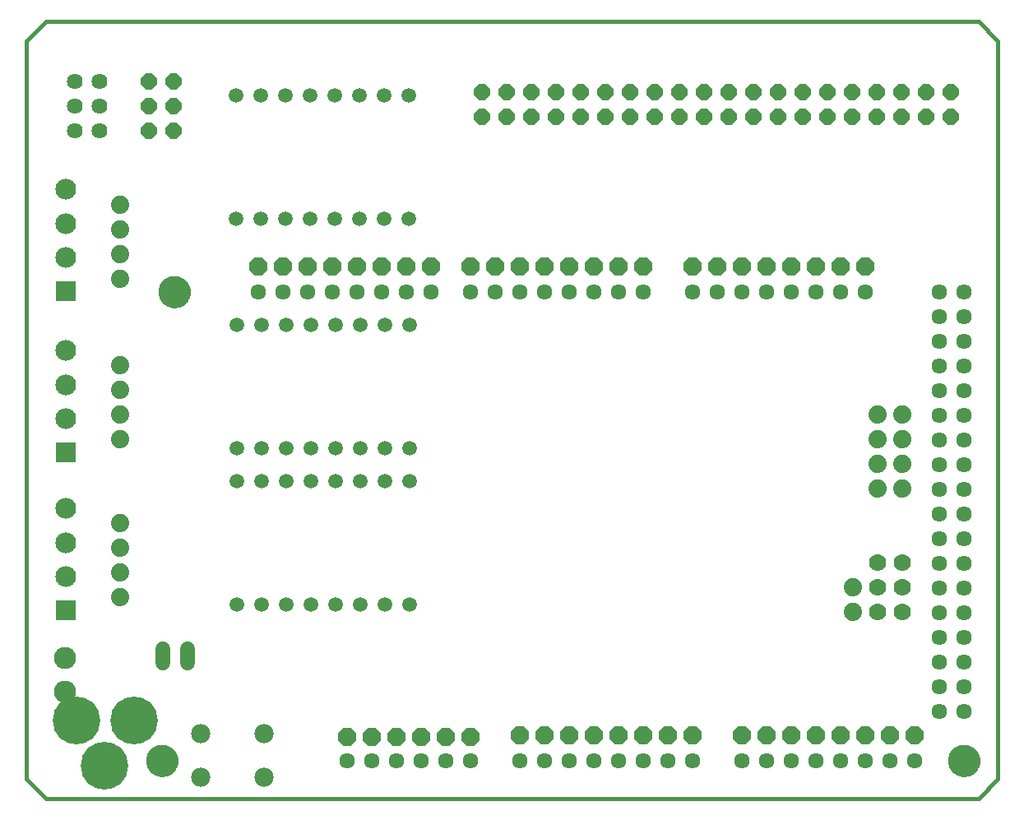
<source format=gbs>
G75*
G70*
%OFA0B0*%
%FSLAX24Y24*%
%IPPOS*%
%LPD*%
%AMOC8*
5,1,8,0,0,1.08239X$1,22.5*
%
%ADD10C,0.0160*%
%ADD11C,0.0634*%
%ADD12C,0.0000*%
%ADD13C,0.1300*%
%ADD14C,0.0740*%
%ADD15C,0.0594*%
%ADD16C,0.0640*%
%ADD17C,0.1930*%
%ADD18C,0.0600*%
%ADD19R,0.0840X0.0840*%
%ADD20C,0.0840*%
%ADD21C,0.0900*%
%ADD22C,0.0780*%
%ADD23OC8,0.0740*%
%ADD24C,0.0700*%
%ADD25OC8,0.0640*%
D10*
X003160Y001147D02*
X003947Y000359D01*
X041743Y000359D01*
X042530Y001147D01*
X042530Y031068D01*
X041743Y031855D01*
X003947Y031855D01*
X003160Y031068D01*
X003160Y001147D01*
D11*
X016160Y001891D03*
X017160Y001891D03*
X018160Y001891D03*
X019160Y001891D03*
X020160Y001891D03*
X021160Y001891D03*
X023160Y001891D03*
X024160Y001891D03*
X025160Y001891D03*
X026160Y001891D03*
X027160Y001891D03*
X028160Y001891D03*
X029160Y001891D03*
X030160Y001891D03*
X032160Y001891D03*
X033160Y001891D03*
X034160Y001891D03*
X035160Y001891D03*
X036160Y001891D03*
X037160Y001891D03*
X038160Y001891D03*
X039160Y001891D03*
X040160Y003891D03*
X041160Y003891D03*
X041160Y004891D03*
X040160Y004891D03*
X040160Y005891D03*
X041160Y005891D03*
X041160Y006891D03*
X040160Y006891D03*
X040160Y007891D03*
X041160Y007891D03*
X041160Y008891D03*
X040160Y008891D03*
X040160Y009891D03*
X041160Y009891D03*
X041160Y010891D03*
X040160Y010891D03*
X040160Y011891D03*
X041160Y011891D03*
X041160Y012891D03*
X040160Y012891D03*
X040160Y013891D03*
X041160Y013891D03*
X041160Y014891D03*
X040160Y014891D03*
X040160Y015891D03*
X041160Y015891D03*
X041160Y016891D03*
X040160Y016891D03*
X040160Y017891D03*
X041160Y017891D03*
X041160Y018891D03*
X040160Y018891D03*
X040160Y019891D03*
X041160Y019891D03*
X041160Y020891D03*
X040160Y020891D03*
X037160Y020891D03*
X036160Y020891D03*
X035160Y020891D03*
X034160Y020891D03*
X033160Y020891D03*
X032160Y020891D03*
X031160Y020891D03*
X030160Y020891D03*
X028160Y020891D03*
X027160Y020891D03*
X026160Y020891D03*
X025160Y020891D03*
X024160Y020891D03*
X023160Y020891D03*
X022160Y020891D03*
X021160Y020891D03*
X019560Y020891D03*
X018560Y020891D03*
X017560Y020891D03*
X016560Y020891D03*
X015560Y020891D03*
X014560Y020891D03*
X013560Y020891D03*
X012560Y020891D03*
D12*
X008530Y020891D02*
X008532Y020941D01*
X008538Y020991D01*
X008548Y021040D01*
X008562Y021088D01*
X008579Y021135D01*
X008600Y021180D01*
X008625Y021224D01*
X008653Y021265D01*
X008685Y021304D01*
X008719Y021341D01*
X008756Y021375D01*
X008796Y021405D01*
X008838Y021432D01*
X008882Y021456D01*
X008928Y021477D01*
X008975Y021493D01*
X009023Y021506D01*
X009073Y021515D01*
X009122Y021520D01*
X009173Y021521D01*
X009223Y021518D01*
X009272Y021511D01*
X009321Y021500D01*
X009369Y021485D01*
X009415Y021467D01*
X009460Y021445D01*
X009503Y021419D01*
X009544Y021390D01*
X009583Y021358D01*
X009619Y021323D01*
X009651Y021285D01*
X009681Y021245D01*
X009708Y021202D01*
X009731Y021158D01*
X009750Y021112D01*
X009766Y021064D01*
X009778Y021015D01*
X009786Y020966D01*
X009790Y020916D01*
X009790Y020866D01*
X009786Y020816D01*
X009778Y020767D01*
X009766Y020718D01*
X009750Y020670D01*
X009731Y020624D01*
X009708Y020580D01*
X009681Y020537D01*
X009651Y020497D01*
X009619Y020459D01*
X009583Y020424D01*
X009544Y020392D01*
X009503Y020363D01*
X009460Y020337D01*
X009415Y020315D01*
X009369Y020297D01*
X009321Y020282D01*
X009272Y020271D01*
X009223Y020264D01*
X009173Y020261D01*
X009122Y020262D01*
X009073Y020267D01*
X009023Y020276D01*
X008975Y020289D01*
X008928Y020305D01*
X008882Y020326D01*
X008838Y020350D01*
X008796Y020377D01*
X008756Y020407D01*
X008719Y020441D01*
X008685Y020478D01*
X008653Y020517D01*
X008625Y020558D01*
X008600Y020602D01*
X008579Y020647D01*
X008562Y020694D01*
X008548Y020742D01*
X008538Y020791D01*
X008532Y020841D01*
X008530Y020891D01*
X008030Y001891D02*
X008032Y001941D01*
X008038Y001991D01*
X008048Y002040D01*
X008062Y002088D01*
X008079Y002135D01*
X008100Y002180D01*
X008125Y002224D01*
X008153Y002265D01*
X008185Y002304D01*
X008219Y002341D01*
X008256Y002375D01*
X008296Y002405D01*
X008338Y002432D01*
X008382Y002456D01*
X008428Y002477D01*
X008475Y002493D01*
X008523Y002506D01*
X008573Y002515D01*
X008622Y002520D01*
X008673Y002521D01*
X008723Y002518D01*
X008772Y002511D01*
X008821Y002500D01*
X008869Y002485D01*
X008915Y002467D01*
X008960Y002445D01*
X009003Y002419D01*
X009044Y002390D01*
X009083Y002358D01*
X009119Y002323D01*
X009151Y002285D01*
X009181Y002245D01*
X009208Y002202D01*
X009231Y002158D01*
X009250Y002112D01*
X009266Y002064D01*
X009278Y002015D01*
X009286Y001966D01*
X009290Y001916D01*
X009290Y001866D01*
X009286Y001816D01*
X009278Y001767D01*
X009266Y001718D01*
X009250Y001670D01*
X009231Y001624D01*
X009208Y001580D01*
X009181Y001537D01*
X009151Y001497D01*
X009119Y001459D01*
X009083Y001424D01*
X009044Y001392D01*
X009003Y001363D01*
X008960Y001337D01*
X008915Y001315D01*
X008869Y001297D01*
X008821Y001282D01*
X008772Y001271D01*
X008723Y001264D01*
X008673Y001261D01*
X008622Y001262D01*
X008573Y001267D01*
X008523Y001276D01*
X008475Y001289D01*
X008428Y001305D01*
X008382Y001326D01*
X008338Y001350D01*
X008296Y001377D01*
X008256Y001407D01*
X008219Y001441D01*
X008185Y001478D01*
X008153Y001517D01*
X008125Y001558D01*
X008100Y001602D01*
X008079Y001647D01*
X008062Y001694D01*
X008048Y001742D01*
X008038Y001791D01*
X008032Y001841D01*
X008030Y001891D01*
X040530Y001891D02*
X040532Y001941D01*
X040538Y001991D01*
X040548Y002040D01*
X040562Y002088D01*
X040579Y002135D01*
X040600Y002180D01*
X040625Y002224D01*
X040653Y002265D01*
X040685Y002304D01*
X040719Y002341D01*
X040756Y002375D01*
X040796Y002405D01*
X040838Y002432D01*
X040882Y002456D01*
X040928Y002477D01*
X040975Y002493D01*
X041023Y002506D01*
X041073Y002515D01*
X041122Y002520D01*
X041173Y002521D01*
X041223Y002518D01*
X041272Y002511D01*
X041321Y002500D01*
X041369Y002485D01*
X041415Y002467D01*
X041460Y002445D01*
X041503Y002419D01*
X041544Y002390D01*
X041583Y002358D01*
X041619Y002323D01*
X041651Y002285D01*
X041681Y002245D01*
X041708Y002202D01*
X041731Y002158D01*
X041750Y002112D01*
X041766Y002064D01*
X041778Y002015D01*
X041786Y001966D01*
X041790Y001916D01*
X041790Y001866D01*
X041786Y001816D01*
X041778Y001767D01*
X041766Y001718D01*
X041750Y001670D01*
X041731Y001624D01*
X041708Y001580D01*
X041681Y001537D01*
X041651Y001497D01*
X041619Y001459D01*
X041583Y001424D01*
X041544Y001392D01*
X041503Y001363D01*
X041460Y001337D01*
X041415Y001315D01*
X041369Y001297D01*
X041321Y001282D01*
X041272Y001271D01*
X041223Y001264D01*
X041173Y001261D01*
X041122Y001262D01*
X041073Y001267D01*
X041023Y001276D01*
X040975Y001289D01*
X040928Y001305D01*
X040882Y001326D01*
X040838Y001350D01*
X040796Y001377D01*
X040756Y001407D01*
X040719Y001441D01*
X040685Y001478D01*
X040653Y001517D01*
X040625Y001558D01*
X040600Y001602D01*
X040579Y001647D01*
X040562Y001694D01*
X040548Y001742D01*
X040538Y001791D01*
X040532Y001841D01*
X040530Y001891D01*
D13*
X041160Y001891D03*
X009160Y020891D03*
X008660Y001891D03*
D14*
X006960Y008528D03*
X006960Y009528D03*
X006960Y010528D03*
X006960Y011528D03*
X006960Y014925D03*
X006960Y015925D03*
X006960Y016925D03*
X006960Y017925D03*
X006960Y021409D03*
X006960Y022409D03*
X006960Y023409D03*
X006960Y024409D03*
X036660Y008909D03*
X036660Y007909D03*
X037660Y012909D03*
X038660Y012909D03*
X038660Y013909D03*
X037660Y013909D03*
X037660Y014909D03*
X038660Y014909D03*
X038660Y015909D03*
X037660Y015909D03*
D15*
X018688Y014556D03*
X017688Y014556D03*
X016688Y014556D03*
X015688Y014556D03*
X014688Y014556D03*
X013688Y014556D03*
X012688Y014556D03*
X011688Y014556D03*
X011707Y013237D03*
X012707Y013237D03*
X013707Y013237D03*
X014707Y013237D03*
X015707Y013237D03*
X016707Y013237D03*
X017707Y013237D03*
X018707Y013237D03*
X018707Y008237D03*
X017707Y008237D03*
X016707Y008237D03*
X015707Y008237D03*
X014707Y008237D03*
X013707Y008237D03*
X012707Y008237D03*
X011707Y008237D03*
X011688Y019556D03*
X012688Y019556D03*
X013688Y019556D03*
X014688Y019556D03*
X015688Y019556D03*
X016688Y019556D03*
X017688Y019556D03*
X018688Y019556D03*
X018660Y023859D03*
X017660Y023859D03*
X016660Y023859D03*
X015660Y023859D03*
X014660Y023859D03*
X013660Y023859D03*
X012660Y023859D03*
X011660Y023859D03*
X011660Y028859D03*
X012660Y028859D03*
X013660Y028859D03*
X014660Y028859D03*
X015660Y028859D03*
X016660Y028859D03*
X017660Y028859D03*
X018660Y028859D03*
D16*
X006126Y028406D03*
X005126Y028406D03*
X005126Y029406D03*
X006126Y029406D03*
X006126Y027406D03*
X005126Y027406D03*
D17*
X005191Y003536D03*
X006333Y001686D03*
X007514Y003536D03*
D18*
X008681Y005869D02*
X008681Y006429D01*
X009681Y006429D02*
X009681Y005869D01*
D19*
X004760Y007981D03*
X004760Y014375D03*
X004760Y020909D03*
D20*
X004760Y022287D03*
X004760Y023665D03*
X004760Y025043D03*
X004760Y018509D03*
X004760Y017131D03*
X004760Y015753D03*
X004760Y012115D03*
X004760Y010737D03*
X004760Y009359D03*
D21*
X004729Y006067D03*
X004729Y004690D03*
D22*
X010230Y002999D03*
X012790Y002999D03*
X012790Y001219D03*
X010230Y001219D03*
D23*
X016160Y002859D03*
X017160Y002859D03*
X018160Y002859D03*
X019160Y002859D03*
X020160Y002859D03*
X021160Y002859D03*
X023160Y002909D03*
X024160Y002909D03*
X025160Y002909D03*
X026160Y002909D03*
X027160Y002909D03*
X028160Y002909D03*
X029160Y002909D03*
X030160Y002909D03*
X032160Y002909D03*
X033160Y002909D03*
X034160Y002909D03*
X035160Y002909D03*
X036160Y002909D03*
X037160Y002909D03*
X038160Y002909D03*
X039160Y002909D03*
X037160Y021909D03*
X036160Y021909D03*
X035160Y021909D03*
X034160Y021909D03*
X033160Y021909D03*
X032160Y021909D03*
X031160Y021909D03*
X030160Y021909D03*
X028160Y021909D03*
X027160Y021909D03*
X026160Y021909D03*
X025160Y021909D03*
X024160Y021909D03*
X023160Y021909D03*
X022160Y021909D03*
X021160Y021909D03*
X019560Y021909D03*
X018560Y021909D03*
X017560Y021909D03*
X016560Y021909D03*
X015560Y021909D03*
X014560Y021909D03*
X013560Y021909D03*
X012560Y021909D03*
D24*
X037660Y009909D03*
X037660Y008909D03*
X037660Y007909D03*
X038660Y007909D03*
X038660Y008909D03*
X038660Y009909D03*
D25*
X038617Y027973D03*
X039617Y027973D03*
X040617Y027973D03*
X040617Y028973D03*
X039617Y028973D03*
X038617Y028973D03*
X037617Y028973D03*
X036617Y028973D03*
X035617Y028973D03*
X034617Y028973D03*
X033617Y028973D03*
X032617Y028973D03*
X031617Y028973D03*
X030617Y028973D03*
X029617Y028973D03*
X028617Y028973D03*
X027617Y028973D03*
X026617Y028973D03*
X025617Y028973D03*
X024617Y028973D03*
X023617Y028973D03*
X022617Y028973D03*
X021617Y028973D03*
X021617Y027973D03*
X022617Y027973D03*
X023617Y027973D03*
X024617Y027973D03*
X025617Y027973D03*
X026617Y027973D03*
X027617Y027973D03*
X028617Y027973D03*
X029617Y027973D03*
X030617Y027973D03*
X031617Y027973D03*
X032617Y027973D03*
X033617Y027973D03*
X034617Y027973D03*
X035617Y027973D03*
X036617Y027973D03*
X037617Y027973D03*
X009110Y028409D03*
X008110Y028409D03*
X008110Y027409D03*
X009110Y027409D03*
X009110Y029409D03*
X008110Y029409D03*
M02*

</source>
